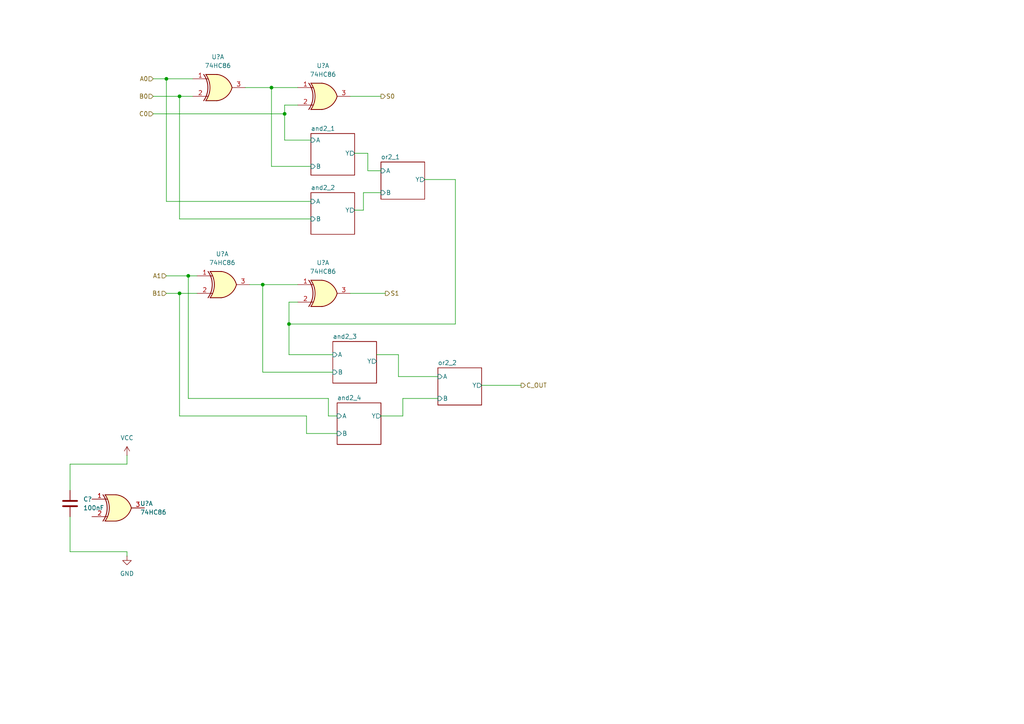
<source format=kicad_sch>
(kicad_sch (version 20250114) (generator "eeschema") (generator_version "9.0")
  (paper "A4")
  (lib_symbols
    (symbol "74xx:74HC86" (pin_names (offset 1.016))
      (property "Reference" "U" (at 0 1.27 0))
      (property "Value" "74HC86" (at 0 -1.27 0))
      (symbol "74HC86_1_0"
        (arc (start -4.4196 3.81) (mid -3.2033 0) (end -4.4196 -3.81) (stroke (width 0.254)))
        (arc (start -3.81 3.81) (mid -2.589 0) (end -3.81 -3.81) (stroke (width 0.254)))
        (polyline (pts (xy -3.81 3.81) (xy -0.635 3.81)) (stroke (width 0.254)) (fill (type background)))
        (polyline (pts (xy -3.81 -3.81) (xy -0.635 -3.81)) (stroke (width 0.254)) (fill (type background)))
        (arc (start 3.81 0) (mid 2.1855 -2.584) (end -0.6096 -3.81) (stroke (width 0.254)) (fill (type background)))
        (arc (start -0.6096 3.81) (mid 2.1928 2.5924) (end 3.81 0) (stroke (width 0.254)) (fill (type background)))
        (polyline (pts (xy -0.635 3.81) (xy -3.81 3.81) (xy -3.81 3.81) (xy -3.556 3.4036) (xy -3.0226 2.2606) (xy -2.6924 1.0414) (xy -2.6162 -0.254) (xy -2.7686 -1.4986) (xy -3.175 -2.7178) (xy -3.81 -3.81) (xy -3.81 -3.81) (xy -0.635 -3.81)) (stroke (width -25.4)) (fill (type background)))
        (pin input line (at -7.62 2.54 0) (length 4.445) (name "~") (number "1"))
        (pin input line (at -7.62 -2.54 0) (length 4.445) (name "~") (number "2"))
        (pin output line (at 7.62 0 180) (length 3.81) (name "~") (number "3"))
      )
      (symbol "74HC86_1_1"
        (polyline (pts (xy -3.81 2.54) (xy -3.175 2.54)) (stroke (width 0.1524)))
        (polyline (pts (xy -3.81 -2.54) (xy -3.175 -2.54)) (stroke (width 0.1524)))
      )
      (symbol "74HC86_2_0"
        (arc (start -4.4196 3.81) (mid -3.2033 0) (end -4.4196 -3.81) (stroke (width 0.254)))
        (arc (start -3.81 3.81) (mid -2.589 0) (end -3.81 -3.81) (stroke (width 0.254)))
        (polyline (pts (xy -3.81 3.81) (xy -0.635 3.81)) (stroke (width 0.254)) (fill (type background)))
        (polyline (pts (xy -3.81 -3.81) (xy -0.635 -3.81)) (stroke (width 0.254)) (fill (type background)))
        (arc (start 3.81 0) (mid 2.1855 -2.584) (end -0.6096 -3.81) (stroke (width 0.254)) (fill (type background)))
        (arc (start -0.6096 3.81) (mid 2.1928 2.5924) (end 3.81 0) (stroke (width 0.254)) (fill (type background)))
        (polyline (pts (xy -0.635 3.81) (xy -3.81 3.81) (xy -3.81 3.81) (xy -3.556 3.4036) (xy -3.0226 2.2606) (xy -2.6924 1.0414) (xy -2.6162 -0.254) (xy -2.7686 -1.4986) (xy -3.175 -2.7178) (xy -3.81 -3.81) (xy -3.81 -3.81) (xy -0.635 -3.81)) (stroke (width -25.4)) (fill (type background)))
        (pin input line (at -7.62 2.54 0) (length 4.445) (name "~") (number "4"))
        (pin input line (at -7.62 -2.54 0) (length 4.445) (name "~") (number "5"))
        (pin output line (at 7.62 0 180) (length 3.81) (name "~") (number "6"))
      )
      (symbol "74HC86_2_1"
        (polyline (pts (xy -3.81 2.54) (xy -3.175 2.54)) (stroke (width 0.1524)))
        (polyline (pts (xy -3.81 -2.54) (xy -3.175 -2.54)) (stroke (width 0.1524)))
      )
      (symbol "74HC86_3_0"
        (arc (start -4.4196 3.81) (mid -3.2033 0) (end -4.4196 -3.81) (stroke (width 0.254)))
        (arc (start -3.81 3.81) (mid -2.589 0) (end -3.81 -3.81) (stroke (width 0.254)))
        (polyline (pts (xy -3.81 3.81) (xy -0.635 3.81)) (stroke (width 0.254)) (fill (type background)))
        (polyline (pts (xy -3.81 -3.81) (xy -0.635 -3.81)) (stroke (width 0.254)) (fill (type background)))
        (arc (start 3.81 0) (mid 2.1855 -2.584) (end -0.6096 -3.81) (stroke (width 0.254)) (fill (type background)))
        (arc (start -0.6096 3.81) (mid 2.1928 2.5924) (end 3.81 0) (stroke (width 0.254)) (fill (type background)))
        (polyline (pts (xy -0.635 3.81) (xy -3.81 3.81) (xy -3.81 3.81) (xy -3.556 3.4036) (xy -3.0226 2.2606) (xy -2.6924 1.0414) (xy -2.6162 -0.254) (xy -2.7686 -1.4986) (xy -3.175 -2.7178) (xy -3.81 -3.81) (xy -3.81 -3.81) (xy -0.635 -3.81)) (stroke (width -25.4)) (fill (type background)))
        (pin input line (at -7.62 2.54 0) (length 4.445) (name "~") (number "9"))
        (pin input line (at -7.62 -2.54 0) (length 4.445) (name "~") (number "10"))
        (pin output line (at 7.62 0 180) (length 3.81) (name "~") (number "8"))
      )
      (symbol "74HC86_3_1"
        (polyline (pts (xy -3.81 2.54) (xy -3.175 2.54)) (stroke (width 0.1524)))
        (polyline (pts (xy -3.81 -2.54) (xy -3.175 -2.54)) (stroke (width 0.1524)))
      )
      (symbol "74HC86_4_0"
        (arc (start -4.4196 3.81) (mid -3.2033 0) (end -4.4196 -3.81) (stroke (width 0.254)))
        (arc (start -3.81 3.81) (mid -2.589 0) (end -3.81 -3.81) (stroke (width 0.254)))
        (polyline (pts (xy -3.81 3.81) (xy -0.635 3.81)) (stroke (width 0.254)) (fill (type background)))
        (polyline (pts (xy -3.81 -3.81) (xy -0.635 -3.81)) (stroke (width 0.254)) (fill (type background)))
        (arc (start 3.81 0) (mid 2.1855 -2.584) (end -0.6096 -3.81) (stroke (width 0.254)) (fill (type background)))
        (arc (start -0.6096 3.81) (mid 2.1928 2.5924) (end 3.81 0) (stroke (width 0.254)) (fill (type background)))
        (polyline (pts (xy -0.635 3.81) (xy -3.81 3.81) (xy -3.81 3.81) (xy -3.556 3.4036) (xy -3.0226 2.2606) (xy -2.6924 1.0414) (xy -2.6162 -0.254) (xy -2.7686 -1.4986) (xy -3.175 -2.7178) (xy -3.81 -3.81) (xy -3.81 -3.81) (xy -0.635 -3.81)) (stroke (width -25.4)) (fill (type background)))
        (pin input line (at -7.62 2.54 0) (length 4.445) (name "~") (number "12"))
        (pin input line (at -7.62 -2.54 0) (length 4.445) (name "~") (number "13"))
        (pin output line (at 7.62 0 180) (length 3.81) (name "~") (number "11"))
      )
      (symbol "74HC86_4_1"
        (polyline (pts (xy -3.81 2.54) (xy -3.175 2.54)) (stroke (width 0.1524)))
        (polyline (pts (xy -3.81 -2.54) (xy -3.175 -2.54)) (stroke (width 0.1524)))
      )
      (symbol "74HC86_5_0"
        (pin power_in line (at 0 12.7 270) (length 5.08) (name "VCC") (number "14"))
        (pin power_in line (at 0 -12.7 90) (length 5.08) (name "GND") (number "7"))
      )
      (symbol "74HC86_5_1"
        (rectangle (start -5.08 7.62) (end 5.08 -7.62) (stroke (width 0.254)) (fill (type background)))
      )
    )
    (symbol "Device:C" (pin_numbers (hide yes)) (pin_names (offset 0.254))
      (property "Reference" "C" (at 0.635 2.54 0))
      (property "Value" "C" (at 0.635 -2.54 0))
      (symbol "C_0_1"
        (polyline (pts (xy -2.032 0.762) (xy 2.032 0.762)) (stroke (width 0.508)))
        (polyline (pts (xy -2.032 -0.762) (xy 2.032 -0.762)) (stroke (width 0.508)))
      )
      (symbol "C_1_1"
        (pin passive line (at 0 3.81 270) (length 2.794) (name "~") (number "1"))
        (pin passive line (at 0 -3.81 90) (length 2.794) (name "~") (number "2"))
      )
    )
    (symbol "power:GND" (power) (pin_numbers (hide yes)) (pin_names (offset 0) (hide yes))
      (property "Value" "GND" (at 0 -3.81 0))
      (symbol "GND_0_1"
        (polyline (pts (xy 0 0) (xy 0 -1.27) (xy 1.27 -1.27) (xy 0 -2.54) (xy -1.27 -1.27) (xy 0 -1.27)))
      )
      (symbol "GND_1_1"
        (pin power_in line (at 0 0 270) (length 0) (name "~") (number "1"))
      )
    )
    (symbol "power:VCC" (power) (pin_numbers (hide yes)) (pin_names (offset 0) (hide yes))
      (property "Value" "VCC" (at 0 3.556 0))
      (symbol "VCC_0_1"
        (polyline (pts (xy -0.762 1.27) (xy 0 2.54)))
        (polyline (pts (xy 0 2.54) (xy 0.762 1.27)))
        (polyline (pts (xy 0 0) (xy 0 2.54)))
      )
      (symbol "VCC_1_1"
        (pin power_in line (at 0 0 90) (length 0) (name "~") (number "1"))
      )
    )
  )
  (junction (at 76.2 82.55))
  (junction (at 52.07 85.09))
  (junction (at 78.74 25.4))
  (junction (at 83.82 93.98))
  (junction (at 48.26 22.86))
  (junction (at 54.61 80.01))
  (junction (at 82.55 33.02))
  (junction (at 52.07 27.94))
  (wire (pts (xy 54.61 115.57) (xy 95.25 115.57)))
  (wire (pts (xy 127 109.22) (xy 115.57 109.22)))
  (wire (pts (xy 44.45 33.02) (xy 82.55 33.02)))
  (wire (pts (xy 20.32 134.62) (xy 36.83 134.62)))
  (wire (pts (xy 76.2 82.55) (xy 86.36 82.55)))
  (wire (pts (xy 102.87 60.96) (xy 105.41 60.96)))
  (wire (pts (xy 90.17 40.64) (xy 82.55 40.64)))
  (wire (pts (xy 52.07 27.94) (xy 55.88 27.94)))
  (wire (pts (xy 132.08 93.98) (xy 132.08 52.07)))
  (wire (pts (xy 36.83 161.29) (xy 36.83 160.02)))
  (wire (pts (xy 86.36 30.48) (xy 82.55 30.48)))
  (wire (pts (xy 52.07 27.94) (xy 52.07 63.5)))
  (wire (pts (xy 52.07 85.09) (xy 57.15 85.09)))
  (wire (pts (xy 116.84 120.65) (xy 110.49 120.65)))
  (wire (pts (xy 96.52 107.95) (xy 76.2 107.95)))
  (wire (pts (xy 90.17 48.26) (xy 78.74 48.26)))
  (wire (pts (xy 76.2 82.55) (xy 76.2 107.95)))
  (wire (pts (xy 123.19 52.07) (xy 132.08 52.07)))
  (wire (pts (xy 44.45 22.86) (xy 48.26 22.86)))
  (wire (pts (xy 86.36 87.63) (xy 83.82 87.63)))
  (wire (pts (xy 101.6 27.94) (xy 110.49 27.94)))
  (wire (pts (xy 52.07 120.65) (xy 88.9 120.65)))
  (wire (pts (xy 88.9 120.65) (xy 88.9 125.73)))
  (wire (pts (xy 54.61 80.01) (xy 57.15 80.01)))
  (wire (pts (xy 96.52 102.87) (xy 83.82 102.87)))
  (wire (pts (xy 52.07 85.09) (xy 52.07 120.65)))
  (wire (pts (xy 105.41 55.88) (xy 105.41 60.96)))
  (wire (pts (xy 83.82 93.98) (xy 83.82 102.87)))
  (wire (pts (xy 110.49 55.88) (xy 105.41 55.88)))
  (wire (pts (xy 44.45 27.94) (xy 52.07 27.94)))
  (wire (pts (xy 97.79 120.65) (xy 95.25 120.65)))
  (wire (pts (xy 106.68 44.45) (xy 106.68 49.53)))
  (wire (pts (xy 127 115.57) (xy 116.84 115.57)))
  (wire (pts (xy 52.07 63.5) (xy 90.17 63.5)))
  (wire (pts (xy 78.74 48.26) (xy 78.74 25.4)))
  (wire (pts (xy 83.82 87.63) (xy 83.82 93.98)))
  (wire (pts (xy 48.26 85.09) (xy 52.07 85.09)))
  (wire (pts (xy 48.26 80.01) (xy 54.61 80.01)))
  (wire (pts (xy 78.74 25.4) (xy 86.36 25.4)))
  (wire (pts (xy 48.26 58.42) (xy 90.17 58.42)))
  (wire (pts (xy 101.6 85.09) (xy 111.76 85.09)))
  (wire (pts (xy 88.9 125.73) (xy 97.79 125.73)))
  (wire (pts (xy 72.39 82.55) (xy 76.2 82.55)))
  (wire (pts (xy 139.7 111.76) (xy 151.13 111.76)))
  (wire (pts (xy 48.26 22.86) (xy 48.26 58.42)))
  (wire (pts (xy 20.32 149.86) (xy 20.32 160.02)))
  (wire (pts (xy 106.68 49.53) (xy 110.49 49.53)))
  (wire (pts (xy 95.25 120.65) (xy 95.25 115.57)))
  (wire (pts (xy 83.82 93.98) (xy 132.08 93.98)))
  (wire (pts (xy 48.26 22.86) (xy 55.88 22.86)))
  (wire (pts (xy 102.87 44.45) (xy 106.68 44.45)))
  (wire (pts (xy 36.83 132.08) (xy 36.83 134.62)))
  (wire (pts (xy 82.55 40.64) (xy 82.55 33.02)))
  (wire (pts (xy 82.55 30.48) (xy 82.55 33.02)))
  (wire (pts (xy 54.61 80.01) (xy 54.61 115.57)))
  (wire (pts (xy 115.57 102.87) (xy 109.22 102.87)))
  (wire (pts (xy 20.32 142.24) (xy 20.32 134.62)))
  (wire (pts (xy 115.57 109.22) (xy 115.57 102.87)))
  (wire (pts (xy 71.12 25.4) (xy 78.74 25.4)))
  (wire (pts (xy 20.32 160.02) (xy 36.83 160.02)))
  (wire (pts (xy 116.84 115.57) (xy 116.84 120.65)))
  (hierarchical_label "C_OUT" (shape output) (at 151.13 111.76 0))
  (hierarchical_label "S0" (shape output) (at 110.49 27.94 0))
  (hierarchical_label "A1" (shape input) (at 48.26 80.01 180))
  (hierarchical_label "A0" (shape input) (at 44.45 22.86 180))
  (hierarchical_label "C0" (shape input) (at 44.45 33.02 180))
  (hierarchical_label "S1" (shape output) (at 111.76 85.09 0))
  (hierarchical_label "B1" (shape input) (at 48.26 85.09 180))
  (hierarchical_label "B0" (shape input) (at 44.45 27.94 180))
  (symbol (lib_id "Device:C") (at 20.32 146.05 0) (unit 1)
    (property "Reference" "C?" (at 24.13 144.7799 0) (effects (justify left)))
    (property "Value" "100nF" (at 24.13 147.3199 0) (effects (justify left)))
    (property "Footprint" "Capacitor_THT:C_Disc_D5.0mm_W2.5mm_P5.00mm" (effects (hide yes)))
    (property "Description" "Unpolarized capacitor" (effects (hide yes)))
  )
  (symbol (lib_id "74xx:74HC86") (at 93.98 27.94 0) (unit 1)
    (property "Reference" "U?" (at 93.6752 19.05 0))
    (property "Value" "74HC86" (at 93.6752 21.59 0))
    (property "Datasheet" "http://www.ti.com/lit/gpn/sn74HC86" (effects (hide yes)))
    (property "Description" "Quad 2-input XOR" (effects (hide yes)))
  )
  (symbol (lib_id "74xx:74HC86") (at 34.29 147.32 0) (unit 1)
    (property "Reference" "U?" (at 40.64 146.0499 0) (effects (justify left)))
    (property "Value" "74HC86" (at 40.64 148.5899 0) (effects (justify left)))
    (property "Datasheet" "http://www.ti.com/lit/gpn/sn74HC86" (effects (hide yes)))
    (property "Description" "Quad 2-input XOR" (effects (hide yes)))
  )
  (symbol (lib_id "74xx:74HC86") (at 64.77 82.55 0) (unit 1)
    (property "Reference" "U?" (at 64.4652 73.66 0))
    (property "Value" "74HC86" (at 64.4652 76.2 0))
    (property "Datasheet" "http://www.ti.com/lit/gpn/sn74HC86" (effects (hide yes)))
    (property "Description" "Quad 2-input XOR" (effects (hide yes)))
  )
  (symbol (lib_id "74xx:74HC86") (at 93.98 85.09 0) (unit 1)
    (property "Reference" "U?" (at 93.6752 76.2 0))
    (property "Value" "74HC86" (at 93.6752 78.74 0))
    (property "Datasheet" "http://www.ti.com/lit/gpn/sn74HC86" (effects (hide yes)))
    (property "Description" "Quad 2-input XOR" (effects (hide yes)))
  )
  (symbol (lib_id "power:GND") (at 36.83 161.29 0) (unit 1)
    (property "Reference" "#PWR?" (effects (hide yes)))
    (property "Value" "GND" (at 36.83 166.37 0))
    (property "Description" "Power symbol creates a global label with name \"GND\" , ground" (effects (hide yes)))
  )
  (symbol (lib_id "74xx:74HC86") (at 63.5 25.4 0) (unit 1)
    (property "Reference" "U?" (at 63.1952 16.51 0))
    (property "Value" "74HC86" (at 63.1952 19.05 0))
    (property "Datasheet" "http://www.ti.com/lit/gpn/sn74HC86" (effects (hide yes)))
    (property "Description" "Quad 2-input XOR" (effects (hide yes)))
  )
  (symbol (lib_id "power:VCC") (at 36.83 132.08 0) (unit 1)
    (property "Reference" "#PWR?" (effects (hide yes)))
    (property "Value" "VCC" (at 36.83 127 0))
    (property "Description" "Power symbol creates a global label with name \"VCC\"" (effects (hide yes)))
  )
  (sheet (at 90.17 38.735) (size 12.7 12.065) (stroke (width 0.1524))
    (property "Sheetname" "and2_1" (at 90.17 38.0234 0) (effects (justify left bottom)))
    (property "Sheetfile" "../../gates/gate_and/gate_and_2in/gate_and_2in.kicad_sch" (effects (hide yes)))
    (pin "A" input (at 90.17 40.64 180))
    (pin "B" input (at 90.17 48.26 180))
    (pin "Y" output (at 102.87 44.45 0))
  )
  (sheet (at 110.49 46.99) (size 12.7 10.795) (stroke (width 0.1524))
    (property "Sheetname" "or2_1" (at 110.49 46.2784 0) (effects (justify left bottom)))
    (property "Sheetfile" "../../gates/gate_or/gate_or_2in/gate_or_2in.kicad_sch" (effects (hide yes)))
    (pin "B" input (at 110.49 55.88 180))
    (pin "A" input (at 110.49 49.53 180))
    (pin "Y" output (at 123.19 52.07 0))
  )
  (sheet (at 97.79 116.84) (size 12.7 12.065) (stroke (width 0.1524))
    (property "Sheetname" "and2_4" (at 97.79 116.1284 0) (effects (justify left bottom)))
    (property "Sheetfile" "../../gates/gate_and/gate_and_2in/gate_and_2in.kicad_sch" (effects (hide yes)))
    (pin "A" input (at 97.79 120.65 180))
    (pin "B" input (at 97.79 125.73 180))
    (pin "Y" output (at 110.49 120.65 0))
  )
  (sheet (at 90.17 55.88) (size 12.7 12.065) (stroke (width 0.1524))
    (property "Sheetname" "and2_2" (at 90.17 55.1684 0) (effects (justify left bottom)))
    (property "Sheetfile" "../../gates/gate_and/gate_and_2in/gate_and_2in.kicad_sch" (effects (hide yes)))
    (pin "A" input (at 90.17 58.42 180))
    (pin "B" input (at 90.17 63.5 180))
    (pin "Y" output (at 102.87 60.96 0))
  )
  (sheet (at 96.52 99.06) (size 12.7 12.065) (stroke (width 0.1524))
    (property "Sheetname" "and2_3" (at 96.52 98.3484 0) (effects (justify left bottom)))
    (property "Sheetfile" "../../gates/gate_and/gate_and_2in/gate_and_2in.kicad_sch" (effects (hide yes)))
    (pin "A" input (at 96.52 102.87 180))
    (pin "B" input (at 96.52 107.95 180))
    (pin "Y" output (at 109.22 104.775 0))
  )
  (sheet (at 127 106.68) (size 12.7 10.795) (stroke (width 0.1524))
    (property "Sheetname" "or2_2" (at 127 105.9684 0) (effects (justify left bottom)))
    (property "Sheetfile" "../../gates/gate_or/gate_or_2in/gate_or_2in.kicad_sch" (effects (hide yes)))
    (pin "B" input (at 127 115.57 180))
    (pin "A" input (at 127 109.22 180))
    (pin "Y" output (at 139.7 111.76 0))
  )
)
</source>
